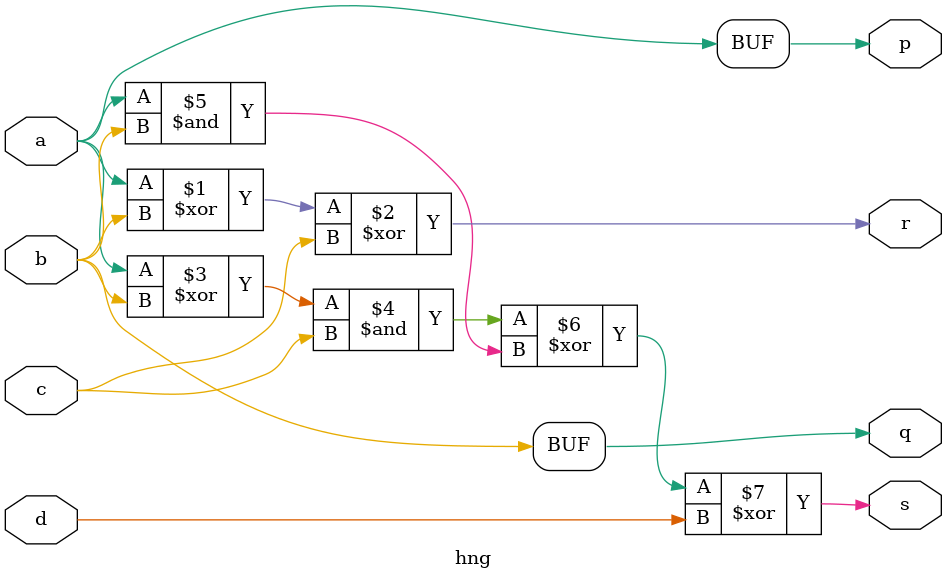
<source format=v>
`timescale 1ns / 1ps

module  feyGate(a, b, p, q);
	input a,b;
	output p,q;
	assign p=a;
	assign q=a^b;
endmodule

module fredGate (a,b,c,p,q,r);
	input a,b,c;
	output p,q,r;
	assign p=a;
	assign q=((~a)&b)^(a&c);
	assign r=((~a)&c)^(a&b);
endmodule

module tofGate (a,b,c,p,q,r);
	input a,b,c;
	output p,q,r;	
	assign p=a;
	assign q=b;
	assign r=(a&b)^c;
endmodule

module dpgGate(a,b,c,d,p,q,r,s);
	input a,b,c,d;
	output p,q,r,s;	
	assign p=a;
	assign q=(a^b);
	assign r=(a^b^c);
	assign s=(((a^b)&c)^((a&b)^d));
endmodule

module dkgGate(a,b,c,d,p,q,r,s);
	input a,b,c,d;
	output p,q,r,s;	
	assign p=a;
	assign q=((~a)&c)^(a&(~d));
	assign r=((a^b)&(c^d)^(c&d));
	assign s=b^c^d;
endmodule

module peres (a,b,c,p,q,r);
	input a,b,c;
	output p,q,r;	
	assign p=a;
	assign q=a^b;
	assign r=(a&b)^c;
endmodule

module hng (a,b,c,d,p,q,r,s);
	input a,b,c,d;
	output p,q,r,s;	
	assign p=a;
	assign q=b;
	assign r=a^b^c;
	assign s = (a^b)&c^(a&b)^d;
endmodule
</source>
